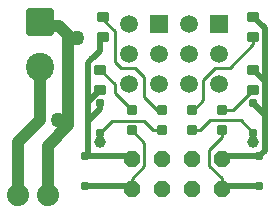
<source format=gtl>
G04 Layer_Physical_Order=1*
G04 Layer_Color=255*
%FSLAX44Y44*%
%MOMM*%
G71*
G01*
G75*
G04:AMPARAMS|DCode=10|XSize=0.6mm|YSize=0.7mm|CornerRadius=0.075mm|HoleSize=0mm|Usage=FLASHONLY|Rotation=90.000|XOffset=0mm|YOffset=0mm|HoleType=Round|Shape=RoundedRectangle|*
%AMROUNDEDRECTD10*
21,1,0.6000,0.5500,0,0,90.0*
21,1,0.4500,0.7000,0,0,90.0*
1,1,0.1500,0.2750,0.2250*
1,1,0.1500,0.2750,-0.2250*
1,1,0.1500,-0.2750,-0.2250*
1,1,0.1500,-0.2750,0.2250*
%
%ADD10ROUNDEDRECTD10*%
G04:AMPARAMS|DCode=11|XSize=1mm|YSize=0.9mm|CornerRadius=0.1125mm|HoleSize=0mm|Usage=FLASHONLY|Rotation=180.000|XOffset=0mm|YOffset=0mm|HoleType=Round|Shape=RoundedRectangle|*
%AMROUNDEDRECTD11*
21,1,1.0000,0.6750,0,0,180.0*
21,1,0.7750,0.9000,0,0,180.0*
1,1,0.2250,-0.3875,0.3375*
1,1,0.2250,0.3875,0.3375*
1,1,0.2250,0.3875,-0.3375*
1,1,0.2250,-0.3875,-0.3375*
%
%ADD11ROUNDEDRECTD11*%
G04:AMPARAMS|DCode=12|XSize=0.8mm|YSize=0.8mm|CornerRadius=0.1mm|HoleSize=0mm|Usage=FLASHONLY|Rotation=270.000|XOffset=0mm|YOffset=0mm|HoleType=Round|Shape=RoundedRectangle|*
%AMROUNDEDRECTD12*
21,1,0.8000,0.6000,0,0,270.0*
21,1,0.6000,0.8000,0,0,270.0*
1,1,0.2000,-0.3000,-0.3000*
1,1,0.2000,-0.3000,0.3000*
1,1,0.2000,0.3000,0.3000*
1,1,0.2000,0.3000,-0.3000*
%
%ADD12ROUNDEDRECTD12*%
%ADD13C,0.2500*%
%ADD14C,0.5000*%
%ADD15C,1.0000*%
%ADD16P,1.5396X8X202.5*%
%ADD17C,1.5000*%
%ADD18R,1.5000X1.5000*%
%ADD19C,1.8796*%
%ADD20C,2.4000*%
G04:AMPARAMS|DCode=21|XSize=2.4mm|YSize=2.4mm|CornerRadius=0.3mm|HoleSize=0mm|Usage=FLASHONLY|Rotation=180.000|XOffset=0mm|YOffset=0mm|HoleType=Round|Shape=RoundedRectangle|*
%AMROUNDEDRECTD21*
21,1,2.4000,1.8000,0,0,180.0*
21,1,1.8000,2.4000,0,0,180.0*
1,1,0.6000,-0.9000,0.9000*
1,1,0.6000,0.9000,0.9000*
1,1,0.6000,0.9000,-0.9000*
1,1,0.6000,-0.9000,-0.9000*
%
%ADD21ROUNDEDRECTD21*%
%ADD22C,1.0000*%
%ADD23C,1.2700*%
D10*
X72050Y22500D02*
D03*
Y47500D02*
D03*
X85000Y67500D02*
D03*
Y92500D02*
D03*
X215000Y92500D02*
D03*
Y67500D02*
D03*
X220000Y47500D02*
D03*
Y22500D02*
D03*
D11*
X87500Y149000D02*
D03*
Y166000D02*
D03*
X85000Y104000D02*
D03*
Y121000D02*
D03*
X215000Y149000D02*
D03*
Y166000D02*
D03*
Y104000D02*
D03*
Y121000D02*
D03*
D12*
X137300Y69800D02*
D03*
Y86800D02*
D03*
X111900Y69800D02*
D03*
Y86800D02*
D03*
X162700Y86800D02*
D03*
Y69800D02*
D03*
X188100Y86800D02*
D03*
Y69800D02*
D03*
D13*
Y22300D02*
Y28950D01*
X177238Y39812D02*
X188100Y28950D01*
X177238Y39812D02*
Y52809D01*
X122762Y39462D02*
Y58938D01*
X111900Y28600D02*
X122762Y39462D01*
X111900Y22300D02*
Y28600D01*
X85000Y67500D02*
X95050Y77550D01*
X122450D01*
X130200Y69800D01*
X137300D01*
X204200Y78300D02*
X215000Y67500D01*
X178300Y78300D02*
X204200D01*
X169800Y69800D02*
X178300Y78300D01*
X162700Y69800D02*
X169800D01*
X177238Y52809D02*
X188100Y63671D01*
Y69800D01*
X111900Y69800D02*
X122762Y58938D01*
X172500Y112500D02*
X182500Y122500D01*
X172500Y95000D02*
Y112500D01*
X164300Y86800D02*
X172500Y95000D01*
X215000Y142500D02*
Y149000D01*
X195000Y122500D02*
X215000Y142500D01*
X182500Y122500D02*
X195000D01*
X162700Y86800D02*
X164300D01*
X197800Y86800D02*
X215000Y104000D01*
X188100Y86800D02*
X197800D01*
X115000Y122500D02*
X122500Y115000D01*
Y97500D02*
Y115000D01*
Y97500D02*
X133200Y86800D01*
X102500Y122500D02*
X115000D01*
X133200Y86800D02*
X137300D01*
X97500Y101199D02*
X111900Y86800D01*
X97500Y101199D02*
Y108500D01*
X85000Y121000D02*
X97500Y108500D01*
Y127500D02*
X102500Y122500D01*
X97500Y127500D02*
Y153500D01*
X85000Y166000D02*
X97500Y153500D01*
D14*
X75000Y93999D02*
X85000Y104000D01*
X75000Y77500D02*
Y93999D01*
X215000Y166000D02*
X225000Y156000D01*
Y111000D02*
Y156000D01*
X215000Y121000D02*
X225000Y111000D01*
Y82500D02*
Y111000D01*
X85000Y87500D02*
Y92500D01*
X188100Y22300D02*
X220000D01*
X188100Y47700D02*
X214800D01*
X215000Y47500D02*
X220000D01*
X72050Y22500D02*
X111700D01*
X75000Y47500D02*
X111700D01*
X75000Y77500D02*
X85000Y87500D01*
X220000Y47500D02*
X225000Y52500D01*
Y82500D01*
X215000Y92500D02*
X225000Y82500D01*
X75000Y47500D02*
Y77500D01*
X85000Y136700D02*
Y149000D01*
X78588Y130500D02*
X78800D01*
X85000Y136700D01*
X75000Y126912D02*
X78588Y130500D01*
X75000Y93999D02*
Y126912D01*
D15*
X15400Y20000D02*
Y59600D01*
X40000Y157900D02*
X50400D01*
X58300Y150000D01*
X40800Y20000D02*
Y56250D01*
X15400Y59600D02*
X34550Y78750D01*
Y127050D01*
X40800Y56250D02*
X58300Y73750D01*
Y147496D01*
D16*
X188100Y45200D02*
D03*
Y19800D02*
D03*
X162700Y45200D02*
D03*
Y19800D02*
D03*
X137300Y45200D02*
D03*
Y19800D02*
D03*
X111900Y45200D02*
D03*
Y19800D02*
D03*
D17*
X110000Y109200D02*
D03*
X135400D02*
D03*
X110000Y134600D02*
D03*
X135400D02*
D03*
X110000Y160000D02*
D03*
X160800Y109200D02*
D03*
X186200D02*
D03*
X160800Y134600D02*
D03*
X186200D02*
D03*
X160800Y160000D02*
D03*
D18*
X135400D02*
D03*
X186200D02*
D03*
D19*
X40800Y15000D02*
D03*
X15400D02*
D03*
D20*
X34550Y123150D02*
D03*
D21*
Y161250D02*
D03*
D22*
X215000Y60000D02*
D03*
X85000D02*
D03*
D23*
X65800Y147496D02*
D03*
X49550Y78750D02*
D03*
M02*

</source>
